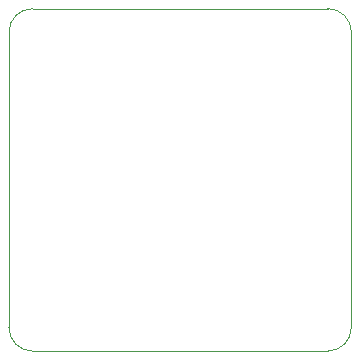
<source format=gbr>
%TF.GenerationSoftware,KiCad,Pcbnew,9.0.0*%
%TF.CreationDate,2025-10-01T23:53:17-07:00*%
%TF.ProjectId,gc10nxbaro,67633130-6e78-4626-9172-6f2e6b696361,rev?*%
%TF.SameCoordinates,Original*%
%TF.FileFunction,Profile,NP*%
%FSLAX46Y46*%
G04 Gerber Fmt 4.6, Leading zero omitted, Abs format (unit mm)*
G04 Created by KiCad (PCBNEW 9.0.0) date 2025-10-01 23:53:17*
%MOMM*%
%LPD*%
G01*
G04 APERTURE LIST*
%TA.AperFunction,Profile*%
%ADD10C,0.050000*%
%TD*%
G04 APERTURE END LIST*
D10*
X127500000Y-55500000D02*
X152500000Y-55500000D01*
X125500000Y-82500000D02*
X125500000Y-57500000D01*
X152500000Y-84500000D02*
X127500000Y-84500000D01*
X154500000Y-82500000D02*
G75*
G02*
X152500000Y-84500000I-2000000J0D01*
G01*
X127500000Y-84500000D02*
G75*
G02*
X125500000Y-82500000I0J2000000D01*
G01*
X154500000Y-57500000D02*
X154500000Y-82500000D01*
X125500000Y-57500000D02*
G75*
G02*
X127500000Y-55500000I2000000J0D01*
G01*
X152500000Y-55500000D02*
G75*
G02*
X154500000Y-57500000I0J-2000000D01*
G01*
M02*

</source>
